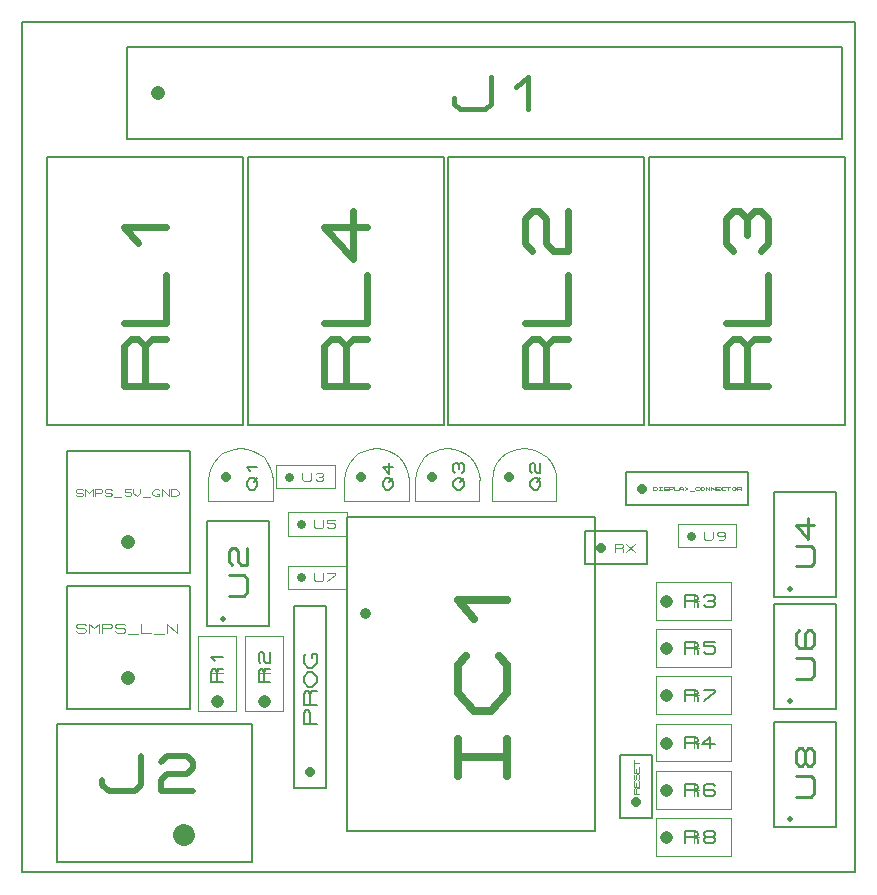
<source format=gbr>
G04 PROTEUS GERBER X2 FILE*
%TF.GenerationSoftware,Labcenter,Proteus,8.13-SP0-Build31525*%
%TF.CreationDate,2022-07-11T20:54:32+00:00*%
%TF.FileFunction,AssemblyDrawing,Top*%
%TF.FilePolarity,Positive*%
%TF.Part,Single*%
%TF.SameCoordinates,{67e9d6b1-9973-4f3b-b57f-a68231676cbc}*%
%FSLAX45Y45*%
%MOMM*%
G01*
%TA.AperFunction,Material*%
%ADD25C,0.203200*%
%ADD48C,1.219200*%
%ADD49C,0.462270*%
%ADD50C,0.900000*%
%ADD51C,0.696380*%
%ADD52C,0.050000*%
%ADD53C,1.074420*%
%ADD54C,0.161150*%
%ADD55C,0.508000*%
%ADD56C,0.259920*%
%ADD57C,0.089800*%
%ADD58C,0.122420*%
%ADD59C,0.599060*%
%ADD60C,0.812800*%
%ADD61C,0.049300*%
%ADD62C,1.840000*%
%ADD63C,0.489860*%
%ADD64C,0.110060*%
%ADD65C,0.832000*%
%ADD66C,0.142890*%
%ADD67C,0.050800*%
%ADD68C,0.720000*%
%ADD69C,0.111070*%
%TA.AperFunction,Profile*%
%ADD24C,0.203200*%
%TA.AperFunction,Material*%
%ADD74C,0.177800*%
%ADD75C,0.066040*%
%TD.AperFunction*%
D25*
X+885840Y+6208840D02*
X+6938660Y+6208840D01*
X+6938660Y+6991160D01*
X+885840Y+6991160D01*
X+885840Y+6208840D01*
D48*
X+1150000Y+6600000D02*
X+1150000Y+6600000D01*
D49*
X+3658759Y+6553772D02*
X+3658759Y+6507544D01*
X+3710765Y+6461316D01*
X+3918790Y+6461316D01*
X+3970797Y+6507544D01*
X+3970797Y+6738684D01*
X+4178822Y+6646228D02*
X+4282835Y+6738684D01*
X+4282835Y+6461316D01*
D25*
X+2750000Y+350000D02*
X+4850000Y+350000D01*
X+4850000Y+3010160D01*
X+2750000Y+3010160D01*
X+2750000Y+350000D01*
D50*
X+2900000Y+2200000D02*
X+2900000Y+2200000D01*
D51*
X+3688583Y+818298D02*
X+3688583Y+1131673D01*
X+3688583Y+974986D02*
X+4106417Y+974986D01*
X+4106417Y+818298D02*
X+4106417Y+1131673D01*
X+4036778Y+1836767D02*
X+4106417Y+1758423D01*
X+4106417Y+1523392D01*
X+3967139Y+1366705D01*
X+3827861Y+1366705D01*
X+3688583Y+1523392D01*
X+3688583Y+1758423D01*
X+3758222Y+1836767D01*
X+3827861Y+2150142D02*
X+3688583Y+2306830D01*
X+4106417Y+2306830D01*
D52*
X+1810000Y+1365000D02*
X+1810000Y+2005000D01*
X+1490000Y+2005000D01*
X+1490000Y+1365000D01*
X+1810000Y+1365000D01*
X+1600000Y+1685000D02*
X+1700000Y+1685000D01*
X+1650000Y+1735000D02*
X+1650000Y+1635000D01*
D53*
X+1650000Y+1450000D02*
X+1650000Y+1450000D01*
D54*
X+1698346Y+1610573D02*
X+1601654Y+1610573D01*
X+1601654Y+1701221D01*
X+1617769Y+1719350D01*
X+1633885Y+1719350D01*
X+1650000Y+1701221D01*
X+1650000Y+1610573D01*
X+1650000Y+1701221D02*
X+1666115Y+1719350D01*
X+1698346Y+1719350D01*
X+1633885Y+1791869D02*
X+1601654Y+1828128D01*
X+1698346Y+1828128D01*
D52*
X+5365000Y+2140000D02*
X+6005000Y+2140000D01*
X+6005000Y+2460000D01*
X+5365000Y+2460000D01*
X+5365000Y+2140000D01*
X+5685000Y+2350000D02*
X+5685000Y+2250000D01*
X+5735000Y+2300000D02*
X+5635000Y+2300000D01*
D53*
X+5450000Y+2300000D02*
X+5450000Y+2300000D01*
D54*
X+5610573Y+2251654D02*
X+5610573Y+2348346D01*
X+5701221Y+2348346D01*
X+5719350Y+2332231D01*
X+5719350Y+2316115D01*
X+5701221Y+2300000D01*
X+5610573Y+2300000D01*
X+5701221Y+2300000D02*
X+5719350Y+2283885D01*
X+5719350Y+2251654D01*
X+5773739Y+2332231D02*
X+5791869Y+2348346D01*
X+5846258Y+2348346D01*
X+5864387Y+2332231D01*
X+5864387Y+2316115D01*
X+5846258Y+2300000D01*
X+5864387Y+2283885D01*
X+5864387Y+2267769D01*
X+5846258Y+2251654D01*
X+5791869Y+2251654D01*
X+5773739Y+2267769D01*
X+5809998Y+2300000D02*
X+5846258Y+2300000D01*
D52*
X+5365000Y+1740000D02*
X+6005000Y+1740000D01*
X+6005000Y+2060000D01*
X+5365000Y+2060000D01*
X+5365000Y+1740000D01*
X+5685000Y+1950000D02*
X+5685000Y+1850000D01*
X+5735000Y+1900000D02*
X+5635000Y+1900000D01*
D53*
X+5450000Y+1900000D02*
X+5450000Y+1900000D01*
D54*
X+5610573Y+1851654D02*
X+5610573Y+1948346D01*
X+5701221Y+1948346D01*
X+5719350Y+1932231D01*
X+5719350Y+1916115D01*
X+5701221Y+1900000D01*
X+5610573Y+1900000D01*
X+5701221Y+1900000D02*
X+5719350Y+1883885D01*
X+5719350Y+1851654D01*
X+5864387Y+1948346D02*
X+5773739Y+1948346D01*
X+5773739Y+1916115D01*
X+5846258Y+1916115D01*
X+5864387Y+1900000D01*
X+5864387Y+1867769D01*
X+5846258Y+1851654D01*
X+5791869Y+1851654D01*
X+5773739Y+1867769D01*
D52*
X+5365000Y+1340000D02*
X+6005000Y+1340000D01*
X+6005000Y+1660000D01*
X+5365000Y+1660000D01*
X+5365000Y+1340000D01*
X+5685000Y+1550000D02*
X+5685000Y+1450000D01*
X+5735000Y+1500000D02*
X+5635000Y+1500000D01*
D53*
X+5450000Y+1500000D02*
X+5450000Y+1500000D01*
D54*
X+5610573Y+1451654D02*
X+5610573Y+1548346D01*
X+5701221Y+1548346D01*
X+5719350Y+1532231D01*
X+5719350Y+1516115D01*
X+5701221Y+1500000D01*
X+5610573Y+1500000D01*
X+5701221Y+1500000D02*
X+5719350Y+1483885D01*
X+5719350Y+1451654D01*
X+5773739Y+1548346D02*
X+5864387Y+1548346D01*
X+5864387Y+1532231D01*
X+5773739Y+1451654D01*
D25*
X+1562840Y+2086500D02*
X+2091160Y+2086500D01*
X+2091160Y+2975500D01*
X+1562840Y+2975500D01*
X+1562840Y+2086500D01*
D55*
X+1700000Y+2150000D02*
X+1700000Y+2150000D01*
D56*
X+1749023Y+2341517D02*
X+1878986Y+2341517D01*
X+1904978Y+2370758D01*
X+1904978Y+2487725D01*
X+1878986Y+2516966D01*
X+1749023Y+2516966D01*
X+1775015Y+2604691D02*
X+1749023Y+2633933D01*
X+1749023Y+2721658D01*
X+1775015Y+2750899D01*
X+1801008Y+2750899D01*
X+1827000Y+2721658D01*
X+1827000Y+2633933D01*
X+1852993Y+2604691D01*
X+1904978Y+2604691D01*
X+1904978Y+2750899D01*
D25*
X+6362840Y+2336500D02*
X+6891160Y+2336500D01*
X+6891160Y+3225500D01*
X+6362840Y+3225500D01*
X+6362840Y+2336500D01*
D55*
X+6500000Y+2400000D02*
X+6500000Y+2400000D01*
D56*
X+6549023Y+2591517D02*
X+6678986Y+2591517D01*
X+6704978Y+2620758D01*
X+6704978Y+2737725D01*
X+6678986Y+2766966D01*
X+6549023Y+2766966D01*
X+6652993Y+3000899D02*
X+6652993Y+2825450D01*
X+6549023Y+2942416D01*
X+6704978Y+2942416D01*
D25*
X+6362840Y+1386500D02*
X+6891160Y+1386500D01*
X+6891160Y+2275500D01*
X+6362840Y+2275500D01*
X+6362840Y+1386500D01*
D55*
X+6500000Y+1450000D02*
X+6500000Y+1450000D01*
D56*
X+6549023Y+1641517D02*
X+6678986Y+1641517D01*
X+6704978Y+1670758D01*
X+6704978Y+1787725D01*
X+6678986Y+1816966D01*
X+6549023Y+1816966D01*
X+6575015Y+2050899D02*
X+6549023Y+2021658D01*
X+6549023Y+1933933D01*
X+6575015Y+1904691D01*
X+6678986Y+1904691D01*
X+6704978Y+1933933D01*
X+6704978Y+2021658D01*
X+6678986Y+2050899D01*
X+6652993Y+2050899D01*
X+6627000Y+2021658D01*
X+6627000Y+1904691D01*
D25*
X+6362840Y+386500D02*
X+6891160Y+386500D01*
X+6891160Y+1275500D01*
X+6362840Y+1275500D01*
X+6362840Y+386500D01*
D55*
X+6500000Y+450000D02*
X+6500000Y+450000D01*
D56*
X+6549023Y+641517D02*
X+6678986Y+641517D01*
X+6704978Y+670758D01*
X+6704978Y+787725D01*
X+6678986Y+816966D01*
X+6549023Y+816966D01*
X+6627000Y+933933D02*
X+6601008Y+904691D01*
X+6575015Y+904691D01*
X+6549023Y+933933D01*
X+6549023Y+1021658D01*
X+6575015Y+1050899D01*
X+6601008Y+1050899D01*
X+6627000Y+1021658D01*
X+6627000Y+933933D01*
X+6652993Y+904691D01*
X+6678986Y+904691D01*
X+6704978Y+933933D01*
X+6704978Y+1021658D01*
X+6678986Y+1050899D01*
X+6652993Y+1050899D01*
X+6627000Y+1021658D01*
D25*
X+381840Y+2535840D02*
X+1418160Y+2535840D01*
X+1418160Y+3572160D01*
X+381840Y+3572160D01*
X+381840Y+2535840D01*
D48*
X+900000Y+2800000D02*
X+900000Y+2800000D01*
D57*
X+455463Y+3198598D02*
X+465566Y+3189618D01*
X+505978Y+3189618D01*
X+516081Y+3198598D01*
X+516081Y+3207579D01*
X+505978Y+3216560D01*
X+465566Y+3216560D01*
X+455463Y+3225540D01*
X+455463Y+3234521D01*
X+465566Y+3243501D01*
X+505978Y+3243501D01*
X+516081Y+3234521D01*
X+536288Y+3189618D02*
X+536288Y+3243501D01*
X+566597Y+3216560D01*
X+596906Y+3243501D01*
X+596906Y+3189618D01*
X+617113Y+3189618D02*
X+617113Y+3243501D01*
X+667628Y+3243501D01*
X+677731Y+3234521D01*
X+677731Y+3225540D01*
X+667628Y+3216560D01*
X+617113Y+3216560D01*
X+697938Y+3198598D02*
X+708041Y+3189618D01*
X+748453Y+3189618D01*
X+758556Y+3198598D01*
X+758556Y+3207579D01*
X+748453Y+3216560D01*
X+708041Y+3216560D01*
X+697938Y+3225540D01*
X+697938Y+3234521D01*
X+708041Y+3243501D01*
X+748453Y+3243501D01*
X+758556Y+3234521D01*
X+778763Y+3180637D02*
X+839381Y+3180637D01*
X+920206Y+3243501D02*
X+869691Y+3243501D01*
X+869691Y+3225540D01*
X+910103Y+3225540D01*
X+920206Y+3216560D01*
X+920206Y+3198598D01*
X+910103Y+3189618D01*
X+879794Y+3189618D01*
X+869691Y+3198598D01*
X+940413Y+3243501D02*
X+940413Y+3216560D01*
X+970722Y+3189618D01*
X+1001031Y+3216560D01*
X+1001031Y+3243501D01*
X+1021238Y+3180637D02*
X+1081856Y+3180637D01*
X+1142475Y+3207579D02*
X+1162681Y+3207579D01*
X+1162681Y+3189618D01*
X+1122269Y+3189618D01*
X+1102063Y+3207579D01*
X+1102063Y+3225540D01*
X+1122269Y+3243501D01*
X+1152578Y+3243501D01*
X+1162681Y+3234521D01*
X+1182888Y+3189618D02*
X+1182888Y+3243501D01*
X+1243506Y+3189618D01*
X+1243506Y+3243501D01*
X+1263713Y+3189618D02*
X+1263713Y+3243501D01*
X+1304125Y+3243501D01*
X+1324331Y+3225540D01*
X+1324331Y+3207579D01*
X+1304125Y+3189618D01*
X+1263713Y+3189618D01*
D25*
X+381840Y+1385840D02*
X+1418160Y+1385840D01*
X+1418160Y+2422160D01*
X+381840Y+2422160D01*
X+381840Y+1385840D01*
D48*
X+900000Y+1650000D02*
X+900000Y+1650000D01*
D58*
X+459260Y+2042074D02*
X+473033Y+2029831D01*
X+528125Y+2029831D01*
X+541898Y+2042074D01*
X+541898Y+2054317D01*
X+528125Y+2066560D01*
X+473033Y+2066560D01*
X+459260Y+2078802D01*
X+459260Y+2091045D01*
X+473033Y+2103288D01*
X+528125Y+2103288D01*
X+541898Y+2091045D01*
X+569445Y+2029831D02*
X+569445Y+2103288D01*
X+610764Y+2066560D01*
X+652083Y+2103288D01*
X+652083Y+2029831D01*
X+679630Y+2029831D02*
X+679630Y+2103288D01*
X+748495Y+2103288D01*
X+762268Y+2091045D01*
X+762268Y+2078802D01*
X+748495Y+2066560D01*
X+679630Y+2066560D01*
X+789815Y+2042074D02*
X+803588Y+2029831D01*
X+858680Y+2029831D01*
X+872453Y+2042074D01*
X+872453Y+2054317D01*
X+858680Y+2066560D01*
X+803588Y+2066560D01*
X+789815Y+2078802D01*
X+789815Y+2091045D01*
X+803588Y+2103288D01*
X+858680Y+2103288D01*
X+872453Y+2091045D01*
X+900000Y+2017588D02*
X+982638Y+2017588D01*
X+1010185Y+2103288D02*
X+1010185Y+2029831D01*
X+1092823Y+2029831D01*
X+1120370Y+2017588D02*
X+1203008Y+2017588D01*
X+1230555Y+2029831D02*
X+1230555Y+2103288D01*
X+1313193Y+2029831D01*
X+1313193Y+2103288D01*
D25*
X+1908840Y+3789840D02*
X+3569160Y+3789840D01*
X+3569160Y+6060160D01*
X+1908840Y+6060160D01*
X+1908840Y+3789840D01*
D59*
X+2918720Y+4116262D02*
X+2559281Y+4116262D01*
X+2559281Y+4453236D01*
X+2619187Y+4520631D01*
X+2679094Y+4520631D01*
X+2739000Y+4453236D01*
X+2739000Y+4116262D01*
X+2739000Y+4453236D02*
X+2798907Y+4520631D01*
X+2918720Y+4520631D01*
X+2559281Y+4655421D02*
X+2918720Y+4655421D01*
X+2918720Y+5059790D01*
X+2798907Y+5598949D02*
X+2798907Y+5194580D01*
X+2559281Y+5464159D01*
X+2918720Y+5464159D01*
D25*
X+208840Y+3789840D02*
X+1869160Y+3789840D01*
X+1869160Y+6060160D01*
X+208840Y+6060160D01*
X+208840Y+3789840D01*
D59*
X+1218720Y+4116262D02*
X+859281Y+4116262D01*
X+859281Y+4453236D01*
X+919187Y+4520631D01*
X+979094Y+4520631D01*
X+1039000Y+4453236D01*
X+1039000Y+4116262D01*
X+1039000Y+4453236D02*
X+1098907Y+4520631D01*
X+1218720Y+4520631D01*
X+859281Y+4655421D02*
X+1218720Y+4655421D01*
X+1218720Y+5059790D01*
X+979094Y+5329369D02*
X+859281Y+5464159D01*
X+1218720Y+5464159D01*
D25*
X+3608840Y+3789840D02*
X+5269160Y+3789840D01*
X+5269160Y+6060160D01*
X+3608840Y+6060160D01*
X+3608840Y+3789840D01*
D59*
X+4618720Y+4116262D02*
X+4259281Y+4116262D01*
X+4259281Y+4453236D01*
X+4319187Y+4520631D01*
X+4379094Y+4520631D01*
X+4439000Y+4453236D01*
X+4439000Y+4116262D01*
X+4439000Y+4453236D02*
X+4498907Y+4520631D01*
X+4618720Y+4520631D01*
X+4259281Y+4655421D02*
X+4618720Y+4655421D01*
X+4618720Y+5059790D01*
X+4319187Y+5261974D02*
X+4259281Y+5329369D01*
X+4259281Y+5531554D01*
X+4319187Y+5598949D01*
X+4379094Y+5598949D01*
X+4439000Y+5531554D01*
X+4439000Y+5329369D01*
X+4498907Y+5261974D01*
X+4618720Y+5261974D01*
X+4618720Y+5598949D01*
D25*
X+5308840Y+3789840D02*
X+6969160Y+3789840D01*
X+6969160Y+6060160D01*
X+5308840Y+6060160D01*
X+5308840Y+3789840D01*
D59*
X+6318720Y+4116262D02*
X+5959281Y+4116262D01*
X+5959281Y+4453236D01*
X+6019187Y+4520631D01*
X+6079094Y+4520631D01*
X+6139000Y+4453236D01*
X+6139000Y+4116262D01*
X+6139000Y+4453236D02*
X+6198907Y+4520631D01*
X+6318720Y+4520631D01*
X+5959281Y+4655421D02*
X+6318720Y+4655421D01*
X+6318720Y+5059790D01*
X+6019187Y+5261974D02*
X+5959281Y+5329369D01*
X+5959281Y+5531554D01*
X+6019187Y+5598949D01*
X+6079094Y+5598949D01*
X+6139000Y+5531554D01*
X+6198907Y+5598949D01*
X+6258814Y+5598949D01*
X+6318720Y+5531554D01*
X+6318720Y+5329369D01*
X+6258814Y+5261974D01*
X+6139000Y+5396764D02*
X+6139000Y+5531554D01*
D25*
X+5112840Y+3112840D02*
X+6149160Y+3112840D01*
X+6149160Y+3387160D01*
X+5112840Y+3387160D01*
X+5112840Y+3112840D01*
D60*
X+5250000Y+3250000D02*
X+5250000Y+3250000D01*
D61*
X+5342721Y+3235209D02*
X+5342721Y+3264792D01*
X+5364908Y+3264792D01*
X+5376001Y+3254931D01*
X+5376001Y+3245070D01*
X+5364908Y+3235209D01*
X+5342721Y+3235209D01*
X+5392641Y+3264792D02*
X+5414828Y+3264792D01*
X+5403735Y+3264792D02*
X+5403735Y+3235209D01*
X+5392641Y+3235209D02*
X+5414828Y+3235209D01*
X+5431469Y+3240139D02*
X+5437015Y+3235209D01*
X+5459202Y+3235209D01*
X+5464749Y+3240139D01*
X+5464749Y+3245070D01*
X+5459202Y+3250000D01*
X+5437015Y+3250000D01*
X+5431469Y+3254931D01*
X+5431469Y+3259861D01*
X+5437015Y+3264792D01*
X+5459202Y+3264792D01*
X+5464749Y+3259861D01*
X+5475843Y+3235209D02*
X+5475843Y+3264792D01*
X+5503576Y+3264792D01*
X+5509123Y+3259861D01*
X+5509123Y+3254931D01*
X+5503576Y+3250000D01*
X+5475843Y+3250000D01*
X+5520217Y+3264792D02*
X+5520217Y+3235209D01*
X+5553497Y+3235209D01*
X+5564591Y+3235209D02*
X+5564591Y+3254931D01*
X+5575684Y+3264792D01*
X+5586778Y+3264792D01*
X+5597871Y+3254931D01*
X+5597871Y+3235209D01*
X+5564591Y+3245070D02*
X+5597871Y+3245070D01*
X+5642245Y+3264792D02*
X+5608965Y+3235209D01*
X+5608965Y+3264792D02*
X+5625605Y+3250000D01*
X+5653339Y+3230278D02*
X+5686619Y+3230278D01*
X+5730993Y+3240139D02*
X+5725446Y+3235209D01*
X+5708806Y+3235209D01*
X+5697713Y+3245070D01*
X+5697713Y+3254931D01*
X+5708806Y+3264792D01*
X+5725446Y+3264792D01*
X+5730993Y+3259861D01*
X+5742087Y+3254931D02*
X+5753180Y+3264792D01*
X+5764274Y+3264792D01*
X+5775367Y+3254931D01*
X+5775367Y+3245070D01*
X+5764274Y+3235209D01*
X+5753180Y+3235209D01*
X+5742087Y+3245070D01*
X+5742087Y+3254931D01*
X+5786461Y+3235209D02*
X+5786461Y+3264792D01*
X+5819741Y+3235209D01*
X+5819741Y+3264792D01*
X+5830835Y+3235209D02*
X+5830835Y+3264792D01*
X+5864115Y+3235209D01*
X+5864115Y+3264792D01*
X+5908489Y+3235209D02*
X+5875209Y+3235209D01*
X+5875209Y+3264792D01*
X+5908489Y+3264792D01*
X+5875209Y+3250000D02*
X+5897396Y+3250000D01*
X+5952863Y+3240139D02*
X+5947316Y+3235209D01*
X+5930676Y+3235209D01*
X+5919583Y+3245070D01*
X+5919583Y+3254931D01*
X+5930676Y+3264792D01*
X+5947316Y+3264792D01*
X+5952863Y+3259861D01*
X+5963957Y+3264792D02*
X+5997237Y+3264792D01*
X+5980597Y+3264792D02*
X+5980597Y+3235209D01*
X+6008331Y+3254931D02*
X+6019424Y+3264792D01*
X+6030518Y+3264792D01*
X+6041611Y+3254931D01*
X+6041611Y+3245070D01*
X+6030518Y+3235209D01*
X+6019424Y+3235209D01*
X+6008331Y+3245070D01*
X+6008331Y+3254931D01*
X+6052705Y+3235209D02*
X+6052705Y+3264792D01*
X+6080438Y+3264792D01*
X+6085985Y+3259861D01*
X+6085985Y+3254931D01*
X+6080438Y+3250000D01*
X+6052705Y+3250000D01*
X+6080438Y+3250000D02*
X+6085985Y+3245070D01*
X+6085985Y+3235209D01*
D25*
X+295000Y+90000D02*
X+1943000Y+90000D01*
X+1943000Y+1260000D01*
X+295000Y+1260000D01*
X+295000Y+90000D01*
D62*
X+1375000Y+320000D02*
X+1375000Y+320000D01*
D63*
X+678122Y+787014D02*
X+678122Y+738027D01*
X+733231Y+689041D01*
X+953670Y+689041D01*
X+1008780Y+738027D01*
X+1008780Y+982960D01*
X+1174109Y+933973D02*
X+1229219Y+982960D01*
X+1394548Y+982960D01*
X+1449658Y+933973D01*
X+1449658Y+884987D01*
X+1394548Y+836000D01*
X+1229219Y+836000D01*
X+1174109Y+787014D01*
X+1174109Y+689041D01*
X+1449658Y+689041D01*
D25*
X+4762840Y+2612840D02*
X+5291160Y+2612840D01*
X+5291160Y+2887160D01*
X+4762840Y+2887160D01*
X+4762840Y+2612840D01*
D60*
X+4900000Y+2750000D02*
X+4900000Y+2750000D01*
D64*
X+5016841Y+2716980D02*
X+5016841Y+2783019D01*
X+5078752Y+2783019D01*
X+5091135Y+2772013D01*
X+5091135Y+2761006D01*
X+5078752Y+2750000D01*
X+5016841Y+2750000D01*
X+5078752Y+2750000D02*
X+5091135Y+2738993D01*
X+5091135Y+2716980D01*
X+5115900Y+2783019D02*
X+5190194Y+2716980D01*
X+5115900Y+2716980D02*
X+5190194Y+2783019D01*
D52*
X+1578000Y+3324000D02*
X+1578000Y+3148000D01*
X+2122000Y+3148000D01*
X+2122000Y+3324000D01*
X+1577042Y+3326712D02*
X+1583224Y+3381112D01*
X+1599194Y+3431349D01*
X+1623995Y+3476469D01*
X+1656671Y+3515521D01*
X+1696265Y+3547552D01*
X+1741822Y+3571611D01*
X+1792386Y+3586744D01*
X+1847000Y+3592000D01*
X+1851712Y+3591958D01*
X+1850000Y+3592000D01*
X+2123000Y+3322000D02*
X+2117628Y+3377206D01*
X+2102170Y+3428260D01*
X+2077615Y+3474172D01*
X+2044953Y+3513953D01*
X+2005172Y+3546615D01*
X+1959260Y+3571170D01*
X+1908206Y+3586628D01*
X+1853000Y+3592000D01*
X+1850000Y+3592000D01*
D65*
X+1723000Y+3350000D02*
X+1723000Y+3350000D01*
D66*
X+1930761Y+3241397D02*
X+1902182Y+3273547D01*
X+1902182Y+3305698D01*
X+1930761Y+3337849D01*
X+1959339Y+3337849D01*
X+1987918Y+3305698D01*
X+1987918Y+3273547D01*
X+1959339Y+3241397D01*
X+1930761Y+3241397D01*
X+1959339Y+3305698D02*
X+1987918Y+3337849D01*
X+1930761Y+3402150D02*
X+1902182Y+3434301D01*
X+1987918Y+3434301D01*
D52*
X+3978000Y+3324000D02*
X+3978000Y+3148000D01*
X+4522000Y+3148000D01*
X+4522000Y+3324000D01*
X+3977042Y+3326712D02*
X+3983224Y+3381112D01*
X+3999194Y+3431349D01*
X+4023995Y+3476469D01*
X+4056671Y+3515521D01*
X+4096265Y+3547552D01*
X+4141822Y+3571611D01*
X+4192386Y+3586744D01*
X+4247000Y+3592000D01*
X+4251712Y+3591958D01*
X+4250000Y+3592000D01*
X+4523000Y+3322000D02*
X+4517628Y+3377206D01*
X+4502170Y+3428260D01*
X+4477615Y+3474172D01*
X+4444953Y+3513953D01*
X+4405172Y+3546615D01*
X+4359260Y+3571170D01*
X+4308206Y+3586628D01*
X+4253000Y+3592000D01*
X+4250000Y+3592000D01*
D65*
X+4123000Y+3350000D02*
X+4123000Y+3350000D01*
D66*
X+4330761Y+3241397D02*
X+4302182Y+3273547D01*
X+4302182Y+3305698D01*
X+4330761Y+3337849D01*
X+4359339Y+3337849D01*
X+4387918Y+3305698D01*
X+4387918Y+3273547D01*
X+4359339Y+3241397D01*
X+4330761Y+3241397D01*
X+4359339Y+3305698D02*
X+4387918Y+3337849D01*
X+4316471Y+3386075D02*
X+4302182Y+3402150D01*
X+4302182Y+3450376D01*
X+4316471Y+3466452D01*
X+4330761Y+3466452D01*
X+4345050Y+3450376D01*
X+4345050Y+3402150D01*
X+4359339Y+3386075D01*
X+4387918Y+3386075D01*
X+4387918Y+3466452D01*
D52*
X+3328000Y+3324000D02*
X+3328000Y+3148000D01*
X+3872000Y+3148000D01*
X+3872000Y+3324000D01*
X+3327042Y+3326712D02*
X+3333224Y+3381112D01*
X+3349194Y+3431349D01*
X+3373995Y+3476469D01*
X+3406671Y+3515521D01*
X+3446265Y+3547552D01*
X+3491822Y+3571611D01*
X+3542386Y+3586744D01*
X+3597000Y+3592000D01*
X+3601712Y+3591958D01*
X+3600000Y+3592000D01*
X+3873000Y+3322000D02*
X+3867628Y+3377206D01*
X+3852170Y+3428260D01*
X+3827615Y+3474172D01*
X+3794953Y+3513953D01*
X+3755172Y+3546615D01*
X+3709260Y+3571170D01*
X+3658206Y+3586628D01*
X+3603000Y+3592000D01*
X+3600000Y+3592000D01*
D65*
X+3473000Y+3350000D02*
X+3473000Y+3350000D01*
D66*
X+3680761Y+3241397D02*
X+3652182Y+3273547D01*
X+3652182Y+3305698D01*
X+3680761Y+3337849D01*
X+3709339Y+3337849D01*
X+3737918Y+3305698D01*
X+3737918Y+3273547D01*
X+3709339Y+3241397D01*
X+3680761Y+3241397D01*
X+3709339Y+3305698D02*
X+3737918Y+3337849D01*
X+3666471Y+3386075D02*
X+3652182Y+3402150D01*
X+3652182Y+3450376D01*
X+3666471Y+3466452D01*
X+3680761Y+3466452D01*
X+3695050Y+3450376D01*
X+3709339Y+3466452D01*
X+3723629Y+3466452D01*
X+3737918Y+3450376D01*
X+3737918Y+3402150D01*
X+3723629Y+3386075D01*
X+3695050Y+3418226D02*
X+3695050Y+3450376D01*
D52*
X+2728000Y+3324000D02*
X+2728000Y+3148000D01*
X+3272000Y+3148000D01*
X+3272000Y+3324000D01*
X+2727042Y+3326712D02*
X+2733224Y+3381112D01*
X+2749194Y+3431349D01*
X+2773995Y+3476469D01*
X+2806671Y+3515521D01*
X+2846265Y+3547552D01*
X+2891822Y+3571611D01*
X+2942386Y+3586744D01*
X+2997000Y+3592000D01*
X+3001712Y+3591958D01*
X+3000000Y+3592000D01*
X+3273000Y+3322000D02*
X+3267628Y+3377206D01*
X+3252170Y+3428260D01*
X+3227615Y+3474172D01*
X+3194953Y+3513953D01*
X+3155172Y+3546615D01*
X+3109260Y+3571170D01*
X+3058206Y+3586628D01*
X+3003000Y+3592000D01*
X+3000000Y+3592000D01*
D65*
X+2873000Y+3350000D02*
X+2873000Y+3350000D01*
D66*
X+3080761Y+3241397D02*
X+3052182Y+3273547D01*
X+3052182Y+3305698D01*
X+3080761Y+3337849D01*
X+3109339Y+3337849D01*
X+3137918Y+3305698D01*
X+3137918Y+3273547D01*
X+3109339Y+3241397D01*
X+3080761Y+3241397D01*
X+3109339Y+3305698D02*
X+3137918Y+3337849D01*
X+3109339Y+3466452D02*
X+3109339Y+3370000D01*
X+3052182Y+3434301D01*
X+3137918Y+3434301D01*
D52*
X+2210000Y+1365000D02*
X+2210000Y+2005000D01*
X+1890000Y+2005000D01*
X+1890000Y+1365000D01*
X+2210000Y+1365000D01*
X+2000000Y+1685000D02*
X+2100000Y+1685000D01*
X+2050000Y+1735000D02*
X+2050000Y+1635000D01*
D53*
X+2050000Y+1450000D02*
X+2050000Y+1450000D01*
D54*
X+2098346Y+1610573D02*
X+2001654Y+1610573D01*
X+2001654Y+1701221D01*
X+2017769Y+1719350D01*
X+2033885Y+1719350D01*
X+2050000Y+1701221D01*
X+2050000Y+1610573D01*
X+2050000Y+1701221D02*
X+2066115Y+1719350D01*
X+2098346Y+1719350D01*
X+2017769Y+1773739D02*
X+2001654Y+1791869D01*
X+2001654Y+1846258D01*
X+2017769Y+1864387D01*
X+2033885Y+1864387D01*
X+2050000Y+1846258D01*
X+2050000Y+1791869D01*
X+2066115Y+1773739D01*
X+2098346Y+1773739D01*
X+2098346Y+1864387D01*
D52*
X+5365000Y+940000D02*
X+6005000Y+940000D01*
X+6005000Y+1260000D01*
X+5365000Y+1260000D01*
X+5365000Y+940000D01*
X+5685000Y+1150000D02*
X+5685000Y+1050000D01*
X+5735000Y+1100000D02*
X+5635000Y+1100000D01*
D53*
X+5450000Y+1100000D02*
X+5450000Y+1100000D01*
D54*
X+5610573Y+1051654D02*
X+5610573Y+1148346D01*
X+5701221Y+1148346D01*
X+5719350Y+1132231D01*
X+5719350Y+1116115D01*
X+5701221Y+1100000D01*
X+5610573Y+1100000D01*
X+5701221Y+1100000D02*
X+5719350Y+1083885D01*
X+5719350Y+1051654D01*
X+5864387Y+1083885D02*
X+5755610Y+1083885D01*
X+5828128Y+1148346D01*
X+5828128Y+1051654D01*
D52*
X+5365000Y+540000D02*
X+6005000Y+540000D01*
X+6005000Y+860000D01*
X+5365000Y+860000D01*
X+5365000Y+540000D01*
X+5685000Y+750000D02*
X+5685000Y+650000D01*
X+5735000Y+700000D02*
X+5635000Y+700000D01*
D53*
X+5450000Y+700000D02*
X+5450000Y+700000D01*
D54*
X+5610573Y+651654D02*
X+5610573Y+748346D01*
X+5701221Y+748346D01*
X+5719350Y+732231D01*
X+5719350Y+716115D01*
X+5701221Y+700000D01*
X+5610573Y+700000D01*
X+5701221Y+700000D02*
X+5719350Y+683885D01*
X+5719350Y+651654D01*
X+5864387Y+732231D02*
X+5846258Y+748346D01*
X+5791869Y+748346D01*
X+5773739Y+732231D01*
X+5773739Y+667769D01*
X+5791869Y+651654D01*
X+5846258Y+651654D01*
X+5864387Y+667769D01*
X+5864387Y+683885D01*
X+5846258Y+700000D01*
X+5773739Y+700000D01*
D52*
X+5365000Y+140000D02*
X+6005000Y+140000D01*
X+6005000Y+460000D01*
X+5365000Y+460000D01*
X+5365000Y+140000D01*
X+5685000Y+350000D02*
X+5685000Y+250000D01*
X+5735000Y+300000D02*
X+5635000Y+300000D01*
D53*
X+5450000Y+300000D02*
X+5450000Y+300000D01*
D54*
X+5610573Y+251654D02*
X+5610573Y+348346D01*
X+5701221Y+348346D01*
X+5719350Y+332231D01*
X+5719350Y+316115D01*
X+5701221Y+300000D01*
X+5610573Y+300000D01*
X+5701221Y+300000D02*
X+5719350Y+283885D01*
X+5719350Y+251654D01*
X+5791869Y+300000D02*
X+5773739Y+316115D01*
X+5773739Y+332231D01*
X+5791869Y+348346D01*
X+5846258Y+348346D01*
X+5864387Y+332231D01*
X+5864387Y+316115D01*
X+5846258Y+300000D01*
X+5791869Y+300000D01*
X+5773739Y+283885D01*
X+5773739Y+267769D01*
X+5791869Y+251654D01*
X+5846258Y+251654D01*
X+5864387Y+267769D01*
X+5864387Y+283885D01*
X+5846258Y+300000D01*
D67*
X+2153000Y+3448298D02*
X+2647000Y+3448298D01*
X+2647000Y+3251702D02*
X+2153000Y+3251702D01*
X+2153000Y+3448298D01*
X+2647000Y+3448298D02*
X+2647000Y+3251702D01*
D68*
X+2260000Y+3350000D02*
X+2260000Y+3350000D01*
D69*
X+2372805Y+3383322D02*
X+2372805Y+3327785D01*
X+2385300Y+3316678D01*
X+2435283Y+3316678D01*
X+2447778Y+3327785D01*
X+2447778Y+3383322D01*
X+2485265Y+3372215D02*
X+2497761Y+3383322D01*
X+2535248Y+3383322D01*
X+2547743Y+3372215D01*
X+2547743Y+3361107D01*
X+2535248Y+3350000D01*
X+2547743Y+3338893D01*
X+2547743Y+3327785D01*
X+2535248Y+3316678D01*
X+2497761Y+3316678D01*
X+2485265Y+3327785D01*
X+2510256Y+3350000D02*
X+2535248Y+3350000D01*
D67*
X+2253000Y+3048298D02*
X+2747000Y+3048298D01*
X+2747000Y+2851702D02*
X+2253000Y+2851702D01*
X+2253000Y+3048298D01*
X+2747000Y+3048298D02*
X+2747000Y+2851702D01*
D68*
X+2360000Y+2950000D02*
X+2360000Y+2950000D01*
D69*
X+2472805Y+2983322D02*
X+2472805Y+2927785D01*
X+2485300Y+2916678D01*
X+2535283Y+2916678D01*
X+2547778Y+2927785D01*
X+2547778Y+2983322D01*
X+2647743Y+2983322D02*
X+2585265Y+2983322D01*
X+2585265Y+2961107D01*
X+2635248Y+2961107D01*
X+2647743Y+2950000D01*
X+2647743Y+2927785D01*
X+2635248Y+2916678D01*
X+2597761Y+2916678D01*
X+2585265Y+2927785D01*
D67*
X+2253000Y+2598298D02*
X+2747000Y+2598298D01*
X+2747000Y+2401702D02*
X+2253000Y+2401702D01*
X+2253000Y+2598298D01*
X+2747000Y+2598298D02*
X+2747000Y+2401702D01*
D68*
X+2360000Y+2500000D02*
X+2360000Y+2500000D01*
D69*
X+2472805Y+2533322D02*
X+2472805Y+2477785D01*
X+2485300Y+2466678D01*
X+2535283Y+2466678D01*
X+2547778Y+2477785D01*
X+2547778Y+2533322D01*
X+2585265Y+2533322D02*
X+2647743Y+2533322D01*
X+2647743Y+2522215D01*
X+2585265Y+2466678D01*
D67*
X+5553000Y+2948298D02*
X+6047000Y+2948298D01*
X+6047000Y+2751702D02*
X+5553000Y+2751702D01*
X+5553000Y+2948298D01*
X+6047000Y+2948298D02*
X+6047000Y+2751702D01*
D68*
X+5660000Y+2850000D02*
X+5660000Y+2850000D01*
D69*
X+5772805Y+2883322D02*
X+5772805Y+2827785D01*
X+5785300Y+2816678D01*
X+5835283Y+2816678D01*
X+5847778Y+2827785D01*
X+5847778Y+2883322D01*
X+5947743Y+2861107D02*
X+5935248Y+2850000D01*
X+5897761Y+2850000D01*
X+5885265Y+2861107D01*
X+5885265Y+2872215D01*
X+5897761Y+2883322D01*
X+5935248Y+2883322D01*
X+5947743Y+2872215D01*
X+5947743Y+2827785D01*
X+5935248Y+2816678D01*
X+5897761Y+2816678D01*
D24*
X+0Y+0D02*
X+7050000Y+0D01*
X+7050000Y+7200000D01*
X+0Y+7200000D01*
X+0Y+0D01*
D25*
X+2302539Y+712840D02*
X+2576859Y+712840D01*
X+2576859Y+2257160D01*
X+2302539Y+2257160D01*
X+2302539Y+712840D01*
D60*
X+2439699Y+850000D02*
X+2439699Y+850000D01*
D74*
X+2493039Y+1253860D02*
X+2386359Y+1253860D01*
X+2386359Y+1353872D01*
X+2404139Y+1373875D01*
X+2421919Y+1373875D01*
X+2439699Y+1353872D01*
X+2439699Y+1253860D01*
X+2493039Y+1413880D02*
X+2386359Y+1413880D01*
X+2386359Y+1513892D01*
X+2404139Y+1533895D01*
X+2421919Y+1533895D01*
X+2439699Y+1513892D01*
X+2439699Y+1413880D01*
X+2439699Y+1513892D02*
X+2457479Y+1533895D01*
X+2493039Y+1533895D01*
X+2421919Y+1573900D02*
X+2386359Y+1613905D01*
X+2386359Y+1653910D01*
X+2421919Y+1693915D01*
X+2457479Y+1693915D01*
X+2493039Y+1653910D01*
X+2493039Y+1613905D01*
X+2457479Y+1573900D01*
X+2421919Y+1573900D01*
X+2457479Y+1813930D02*
X+2457479Y+1853935D01*
X+2493039Y+1853935D01*
X+2493039Y+1773925D01*
X+2457479Y+1733920D01*
X+2421919Y+1733920D01*
X+2386359Y+1773925D01*
X+2386359Y+1833932D01*
X+2404139Y+1853935D01*
D25*
X+5062840Y+462840D02*
X+5337160Y+462840D01*
X+5337160Y+991160D01*
X+5062840Y+991160D01*
X+5062840Y+462840D01*
D60*
X+5200000Y+600000D02*
X+5200000Y+600000D01*
D75*
X+5219812Y+667310D02*
X+5180188Y+667310D01*
X+5180188Y+704457D01*
X+5186792Y+711887D01*
X+5193396Y+711887D01*
X+5200000Y+704457D01*
X+5200000Y+667310D01*
X+5200000Y+704457D02*
X+5206604Y+711887D01*
X+5219812Y+711887D01*
X+5219812Y+771323D02*
X+5219812Y+726746D01*
X+5180188Y+726746D01*
X+5180188Y+771323D01*
X+5200000Y+726746D02*
X+5200000Y+756464D01*
X+5213208Y+786182D02*
X+5219812Y+793611D01*
X+5219812Y+823329D01*
X+5213208Y+830759D01*
X+5206604Y+830759D01*
X+5200000Y+823329D01*
X+5200000Y+793611D01*
X+5193396Y+786182D01*
X+5186792Y+786182D01*
X+5180188Y+793611D01*
X+5180188Y+823329D01*
X+5186792Y+830759D01*
X+5219812Y+890195D02*
X+5219812Y+845618D01*
X+5180188Y+845618D01*
X+5180188Y+890195D01*
X+5200000Y+845618D02*
X+5200000Y+875336D01*
X+5180188Y+905054D02*
X+5180188Y+949631D01*
X+5180188Y+927342D02*
X+5219812Y+927342D01*
M02*

</source>
